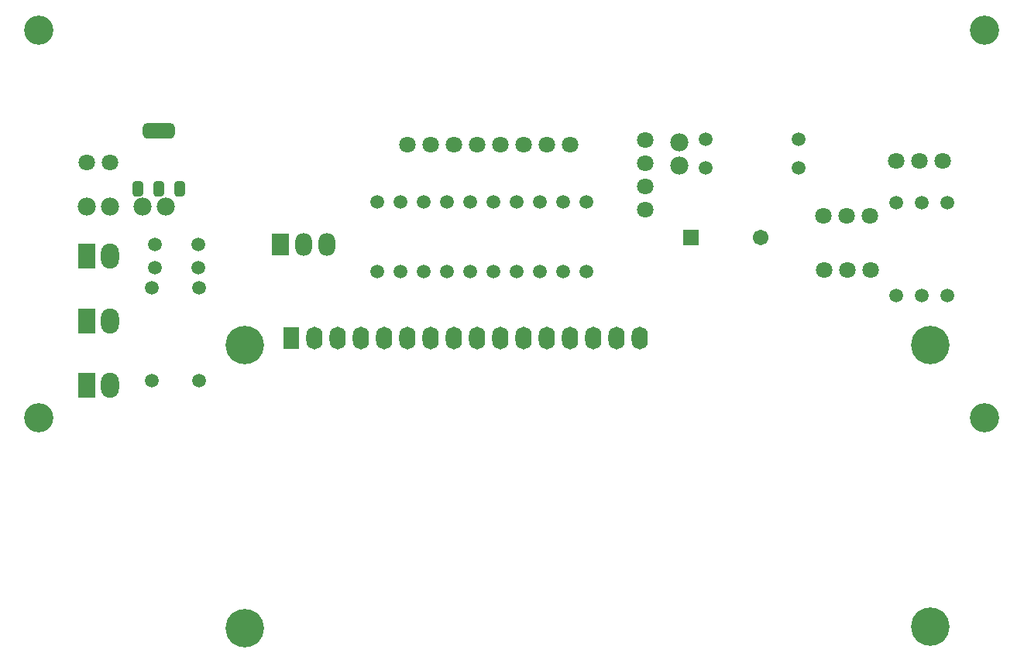
<source format=gts>
G04*
G04 #@! TF.GenerationSoftware,Altium Limited,Altium Designer,21.9.2 (33)*
G04*
G04 Layer_Color=8388736*
%FSTAX24Y24*%
%MOIN*%
G70*
G04*
G04 #@! TF.SameCoordinates,A68203B9-CA12-4FF3-9F36-A0A22A6ADD5B*
G04*
G04*
G04 #@! TF.FilePolarity,Negative*
G04*
G01*
G75*
G04:AMPARAMS|DCode=16|XSize=137.1mil|YSize=67.1mil|CornerRadius=18.8mil|HoleSize=0mil|Usage=FLASHONLY|Rotation=180.000|XOffset=0mil|YOffset=0mil|HoleType=Round|Shape=RoundedRectangle|*
%AMROUNDEDRECTD16*
21,1,0.1371,0.0295,0,0,180.0*
21,1,0.0996,0.0671,0,0,180.0*
1,1,0.0375,-0.0498,0.0148*
1,1,0.0375,0.0498,0.0148*
1,1,0.0375,0.0498,-0.0148*
1,1,0.0375,-0.0498,-0.0148*
%
%ADD16ROUNDEDRECTD16*%
G04:AMPARAMS|DCode=17|XSize=47.4mil|YSize=67.1mil|CornerRadius=13.8mil|HoleSize=0mil|Usage=FLASHONLY|Rotation=180.000|XOffset=0mil|YOffset=0mil|HoleType=Round|Shape=RoundedRectangle|*
%AMROUNDEDRECTD17*
21,1,0.0474,0.0394,0,0,180.0*
21,1,0.0197,0.0671,0,0,180.0*
1,1,0.0277,-0.0098,0.0197*
1,1,0.0277,0.0098,0.0197*
1,1,0.0277,0.0098,-0.0197*
1,1,0.0277,-0.0098,-0.0197*
%
%ADD17ROUNDEDRECTD17*%
%ADD18C,0.0709*%
%ADD19C,0.1260*%
%ADD20C,0.0592*%
%ADD21R,0.0780X0.1080*%
%ADD22O,0.0780X0.1080*%
%ADD23C,0.0780*%
%ADD24C,0.0591*%
%ADD25R,0.0671X0.0671*%
%ADD26C,0.0671*%
%ADD27C,0.0710*%
%ADD28R,0.0730X0.0980*%
%ADD29O,0.0730X0.0980*%
%ADD30C,0.1655*%
%ADD31R,0.0700X0.0980*%
%ADD32O,0.0700X0.0980*%
D16*
X0269Y0241D02*
D03*
D17*
X027806Y02162D02*
D03*
X0269D02*
D03*
X025994D02*
D03*
D18*
X0248Y022754D02*
D03*
X0238D02*
D03*
X04785Y023704D02*
D03*
Y022704D02*
D03*
Y021704D02*
D03*
Y020704D02*
D03*
X0446Y023504D02*
D03*
X0436D02*
D03*
X0426D02*
D03*
X0416D02*
D03*
X0406D02*
D03*
X0396D02*
D03*
X0386D02*
D03*
X0376D02*
D03*
X05555Y0181D02*
D03*
X05655D02*
D03*
X0555Y02045D02*
D03*
X0565D02*
D03*
X05965Y0228D02*
D03*
X06065D02*
D03*
X05865D02*
D03*
D19*
X06245Y028454D02*
D03*
X02175D02*
D03*
X06245Y011754D02*
D03*
X02175D02*
D03*
D20*
X02675Y0182D02*
D03*
Y0192D02*
D03*
X0453Y02105D02*
D03*
X0443D02*
D03*
X0433D02*
D03*
X0423D02*
D03*
X0413D02*
D03*
X0403D02*
D03*
X0393D02*
D03*
X0383D02*
D03*
X0373D02*
D03*
X0363D02*
D03*
X0453Y01805D02*
D03*
X0443D02*
D03*
X0433D02*
D03*
X0423D02*
D03*
X0413D02*
D03*
X0403D02*
D03*
X0393D02*
D03*
X0383D02*
D03*
X0373D02*
D03*
X0363D02*
D03*
X0286Y0192D02*
D03*
Y0182D02*
D03*
D21*
X0238Y0187D02*
D03*
Y01315D02*
D03*
Y015925D02*
D03*
D22*
X0248Y0187D02*
D03*
Y01315D02*
D03*
Y015925D02*
D03*
D23*
X0262Y02085D02*
D03*
X0272D02*
D03*
X0248D02*
D03*
X0238D02*
D03*
X0493Y0226D02*
D03*
Y0236D02*
D03*
D24*
X0266Y01335D02*
D03*
Y01735D02*
D03*
X02865Y01335D02*
D03*
Y01735D02*
D03*
X06085Y017D02*
D03*
Y021D02*
D03*
X05975Y017D02*
D03*
Y021D02*
D03*
X05865D02*
D03*
Y017D02*
D03*
X05045Y02375D02*
D03*
X05445D02*
D03*
Y0225D02*
D03*
X05045D02*
D03*
D25*
X0498Y019495D02*
D03*
D26*
X0528Y0195D02*
D03*
D27*
X05755Y0181D02*
D03*
X0575Y02045D02*
D03*
D28*
X03215Y0192D02*
D03*
D29*
X03315D02*
D03*
X03415D02*
D03*
D30*
X0306Y014885D02*
D03*
Y002685D02*
D03*
X0601Y002735D02*
D03*
Y014885D02*
D03*
D31*
X0326Y015185D02*
D03*
D32*
X0336D02*
D03*
X0346D02*
D03*
X0356D02*
D03*
X0366D02*
D03*
X0376D02*
D03*
X0386D02*
D03*
X0396D02*
D03*
X0406D02*
D03*
X0416D02*
D03*
X0426D02*
D03*
X0436D02*
D03*
X0446D02*
D03*
X0456D02*
D03*
X0466D02*
D03*
X0476D02*
D03*
M02*

</source>
